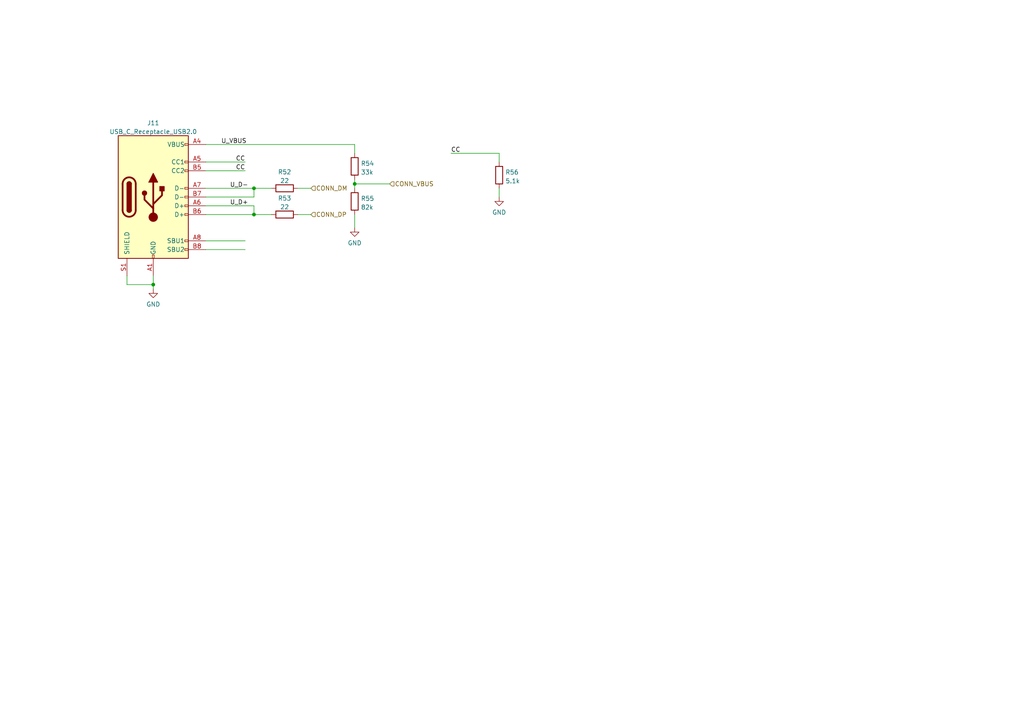
<source format=kicad_sch>
(kicad_sch (version 20211123) (generator eeschema)
  (paper "A4")
  (lib_symbols
    (symbol "Connector:USB_C_Receptacle_USB2.0" (pin_names (offset 1.016))
      (property "Reference" "J" (at -10.16 19.05 0))
      (property "Value" "USB_C_Receptacle_USB2.0" (at 19.05 19.05 0))
      (symbol "USB_C_Receptacle_USB2.0_0_0"
        (rectangle (start -0.254 -17.78) (end 0.254 -16.764))
        (rectangle (start 10.16 -14.986) (end 9.144 -15.494))
        (rectangle (start 10.16 -12.446) (end 9.144 -12.954))
        (rectangle (start 10.16 -4.826) (end 9.144 -5.334))
        (rectangle (start 10.16 -2.286) (end 9.144 -2.794))
        (rectangle (start 10.16 0.254) (end 9.144 -0.254))
        (rectangle (start 10.16 2.794) (end 9.144 2.286))
        (rectangle (start 10.16 7.874) (end 9.144 7.366))
        (rectangle (start 10.16 10.414) (end 9.144 9.906))
        (rectangle (start 10.16 15.494) (end 9.144 14.986))
      )
      (symbol "USB_C_Receptacle_USB2.0_0_1"
        (rectangle (start -10.16 17.78) (end 10.16 -17.78) (stroke (width 0.254)) (fill (type background)))
        (arc (start -8.89 -3.81) (mid -6.985 -5.715) (end -5.08 -3.81) (stroke (width 0.508)))
        (arc (start -7.62 -3.81) (mid -6.985 -4.445) (end -6.35 -3.81) (stroke (width 0.254)))
        (arc (start -7.62 -3.81) (mid -6.985 -4.445) (end -6.35 -3.81) (stroke (width 0.254)) (fill (type outline)))
        (rectangle (start -7.62 -3.81) (end -6.35 3.81) (stroke (width 0.254)) (fill (type outline)))
        (arc (start -6.35 3.81) (mid -6.985 4.445) (end -7.62 3.81) (stroke (width 0.254)))
        (arc (start -6.35 3.81) (mid -6.985 4.445) (end -7.62 3.81) (stroke (width 0.254)) (fill (type outline)))
        (arc (start -5.08 3.81) (mid -6.985 5.715) (end -8.89 3.81) (stroke (width 0.508)))
        (circle (center -2.54 1.143) (radius 0.635) (stroke (width 0.254)) (fill (type outline)))
        (circle (center 0 -5.842) (radius 1.27) (fill (type outline)))
        (polyline (pts (xy -8.89 -3.81) (xy -8.89 3.81)) (stroke (width 0.508)))
        (polyline (pts (xy -5.08 3.81) (xy -5.08 -3.81)) (stroke (width 0.508)))
        (polyline (pts (xy 0 -5.842) (xy 0 4.318)) (stroke (width 0.508)))
        (polyline (pts (xy 0 -3.302) (xy -2.54 -0.762) (xy -2.54 0.508)) (stroke (width 0.508)))
        (polyline (pts (xy 0 -2.032) (xy 2.54 0.508) (xy 2.54 1.778)) (stroke (width 0.508)))
        (polyline (pts (xy -1.27 4.318) (xy 0 6.858) (xy 1.27 4.318) (xy -1.27 4.318)) (stroke (width 0.254)) (fill (type outline)))
        (rectangle (start 1.905 1.778) (end 3.175 3.048) (stroke (width 0.254)) (fill (type outline)))
      )
      (symbol "USB_C_Receptacle_USB2.0_1_1"
        (pin passive line (at 0 -22.86 90) (length 5.08) (name "GND") (number "A1"))
        (pin passive line (at 0 -22.86 90) (length 5.08) hide (name "GND") (number "A12"))
        (pin passive line (at 15.24 15.24 180) (length 5.08) (name "VBUS") (number "A4"))
        (pin bidirectional line (at 15.24 10.16 180) (length 5.08) (name "CC1") (number "A5"))
        (pin bidirectional line (at 15.24 -2.54 180) (length 5.08) (name "D+") (number "A6"))
        (pin bidirectional line (at 15.24 2.54 180) (length 5.08) (name "D-") (number "A7"))
        (pin bidirectional line (at 15.24 -12.7 180) (length 5.08) (name "SBU1") (number "A8"))
        (pin passive line (at 15.24 15.24 180) (length 5.08) hide (name "VBUS") (number "A9"))
        (pin passive line (at 0 -22.86 90) (length 5.08) hide (name "GND") (number "B1"))
        (pin passive line (at 0 -22.86 90) (length 5.08) hide (name "GND") (number "B12"))
        (pin passive line (at 15.24 15.24 180) (length 5.08) hide (name "VBUS") (number "B4"))
        (pin bidirectional line (at 15.24 7.62 180) (length 5.08) (name "CC2") (number "B5"))
        (pin bidirectional line (at 15.24 -5.08 180) (length 5.08) (name "D+") (number "B6"))
        (pin bidirectional line (at 15.24 0 180) (length 5.08) (name "D-") (number "B7"))
        (pin bidirectional line (at 15.24 -15.24 180) (length 5.08) (name "SBU2") (number "B8"))
        (pin passive line (at 15.24 15.24 180) (length 5.08) hide (name "VBUS") (number "B9"))
        (pin passive line (at -7.62 -22.86 90) (length 5.08) (name "SHIELD") (number "S1"))
      )
    )
    (symbol "Device:R" (pin_numbers hide) (pin_names (offset 0))
      (property "Reference" "R" (at 2.032 0 90))
      (property "Value" "R" (at 0 0 90))
      (symbol "R_0_1"
        (rectangle (start -1.016 -2.54) (end 1.016 2.54) (stroke (width 0.254)))
      )
      (symbol "R_1_1"
        (pin passive line (at 0 3.81 270) (length 1.27) (name "~") (number "1"))
        (pin passive line (at 0 -3.81 90) (length 1.27) (name "~") (number "2"))
      )
    )
    (symbol "power:GND" (power) (pin_names (offset 0))
      (property "Value" "GND" (at 0 -3.81 0))
      (symbol "GND_0_1"
        (polyline (pts (xy 0 0) (xy 0 -1.27) (xy 1.27 -1.27) (xy 0 -2.54) (xy -1.27 -1.27) (xy 0 -1.27)))
      )
      (symbol "GND_1_1"
        (pin power_in line (at 0 0 270) (length 0) hide (name "GND") (number "1"))
      )
    )
  )
  (junction (at 73.66 62.23))
  (junction (at 44.45 82.55))
  (junction (at 73.66 54.61))
  (junction (at 102.87 53.34))
  (wire (pts (xy 102.87 53.34) (xy 113.03 53.34)))
  (wire (pts (xy 59.69 62.23) (xy 73.66 62.23)))
  (wire (pts (xy 59.69 46.99) (xy 71.12 46.99)))
  (wire (pts (xy 44.45 82.55) (xy 44.45 83.82)))
  (wire (pts (xy 86.36 62.23) (xy 90.17 62.23)))
  (wire (pts (xy 86.36 54.61) (xy 90.17 54.61)))
  (wire (pts (xy 102.87 62.23) (xy 102.87 66.04)))
  (wire (pts (xy 36.83 82.55) (xy 44.45 82.55)))
  (wire (pts (xy 73.66 57.15) (xy 73.66 54.61)))
  (wire (pts (xy 59.69 72.39) (xy 71.12 72.39)))
  (wire (pts (xy 102.87 52.07) (xy 102.87 53.34)))
  (wire (pts (xy 36.83 80.01) (xy 36.83 82.55)))
  (wire (pts (xy 102.87 41.91) (xy 102.87 44.45)))
  (wire (pts (xy 102.87 53.34) (xy 102.87 54.61)))
  (wire (pts (xy 59.69 54.61) (xy 73.66 54.61)))
  (wire (pts (xy 144.78 54.61) (xy 144.78 57.15)))
  (wire (pts (xy 59.69 59.69) (xy 73.66 59.69)))
  (wire (pts (xy 59.69 69.85) (xy 71.12 69.85)))
  (wire (pts (xy 73.66 59.69) (xy 73.66 62.23)))
  (wire (pts (xy 59.69 41.91) (xy 102.87 41.91)))
  (wire (pts (xy 59.69 49.53) (xy 71.12 49.53)))
  (wire (pts (xy 44.45 80.01) (xy 44.45 82.55)))
  (wire (pts (xy 130.81 44.45) (xy 144.78 44.45)))
  (wire (pts (xy 144.78 44.45) (xy 144.78 46.99)))
  (wire (pts (xy 73.66 54.61) (xy 78.74 54.61)))
  (wire (pts (xy 59.69 57.15) (xy 73.66 57.15)))
  (wire (pts (xy 73.66 62.23) (xy 78.74 62.23)))
  (label "U_VBUS" (at 64.135 41.91 0))
  (label "CC" (at 71.12 46.99 180))
  (label "U_D-" (at 66.675 54.61 0))
  (label "U_D+" (at 66.675 59.69 0))
  (label "CC" (at 130.81 44.45 0))
  (label "CC" (at 71.12 49.53 180))
  (hierarchical_label "CONN_DP" (shape input) (at 90.17 62.23 0))
  (hierarchical_label "CONN_DM" (shape input) (at 90.17 54.61 0))
  (hierarchical_label "CONN_VBUS" (shape input) (at 113.03 53.34 0))
  (symbol (lib_id "Connector:USB_C_Receptacle_USB2.0") (at 44.45 57.15 0) (unit 1)
    (property "Reference" "J11" (at 44.45 35.6702 0))
    (property "Value" "USB_C_Receptacle_USB2.0" (at 44.45 38.2071 0))
    (property "Footprint" "Connector_USB:USB_C_Receptacle_Palconn_UTC16-G" (effects hide))
    (property "Datasheet" "https://datasheet.lcsc.com/lcsc/2204151015_HCTL-HC-TYPE-C-16P-01A-O_C2997434.pdf" (effects hide))
    (property "JLCPCB" "C2997434" (effects hide))
  )
  (symbol (lib_id "power:GND") (at 44.45 83.82 0) (unit 1)
    (property "Reference" "#PWR080" (effects hide))
    (property "Value" "GND" (at 44.45 88.2634 0))
  )
  (symbol (lib_id "Device:R") (at 102.87 58.42 0) (unit 1)
    (property "Reference" "R55" (at 104.648 57.5853 0) (effects (justify left)))
    (property "Value" "82k" (at 104.648 60.1222 0) (effects (justify left)))
    (property "Footprint" "Resistor_SMD:R_0603_1608Metric" (effects hide))
    (property "JLCPCB" "C103831" (effects hide))
  )
  (symbol (lib_id "Device:R") (at 144.78 50.8 0) (unit 1)
    (property "Reference" "R56" (at 146.558 49.9653 0) (effects (justify left)))
    (property "Value" "5.1k" (at 146.558 52.5022 0) (effects (justify left)))
    (property "Footprint" "Resistor_SMD:R_0603_1608Metric" (effects hide))
    (property "JLCPCB" "C23186" (effects hide))
  )
  (symbol (lib_id "power:GND") (at 102.87 66.04 0) (unit 1)
    (property "Reference" "#PWR081" (effects hide))
    (property "Value" "GND" (at 102.87 70.4834 0))
  )
  (symbol (lib_id "Device:R") (at 102.87 48.26 0) (unit 1)
    (property "Reference" "R54" (at 104.648 47.4253 0) (effects (justify left)))
    (property "Value" "33k" (at 104.648 49.9622 0) (effects (justify left)))
    (property "Footprint" "Resistor_SMD:R_0603_1608Metric" (effects hide))
    (property "JLCPCB" "C138282" (effects hide))
  )
  (symbol (lib_id "power:GND") (at 144.78 57.15 0) (unit 1)
    (property "Reference" "#PWR082" (effects hide))
    (property "Value" "GND" (at 144.78 61.5934 0))
  )
  (symbol (lib_id "Device:R") (at 82.55 54.61 90) (unit 1)
    (property "Reference" "R52" (at 82.55 49.8942 90))
    (property "Value" "22" (at 82.55 52.4311 90))
    (property "Footprint" "Resistor_SMD:R_0603_1608Metric" (effects hide))
    (property "JLCPCB" " C96423" (effects hide))
  )
  (symbol (lib_id "Device:R") (at 82.55 62.23 90) (unit 1)
    (property "Reference" "R53" (at 82.55 57.5142 90))
    (property "Value" "22" (at 82.55 60.0511 90))
    (property "Footprint" "Resistor_SMD:R_0603_1608Metric" (effects hide))
    (property "JLCPCB" " C96423" (effects hide))
  )
)
</source>
